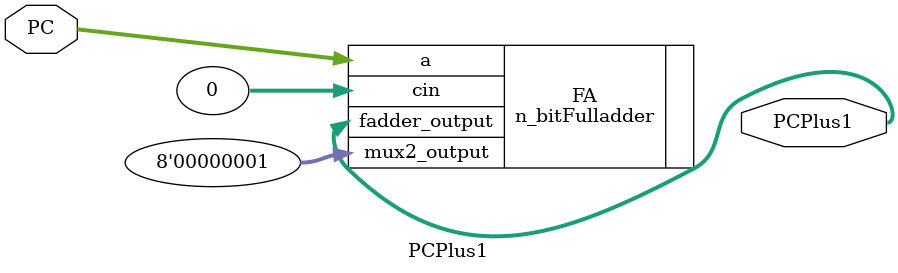
<source format=sv>
module PCPlus1 (
    input [7:0] PC, //Program Counter deðeri
    output reg [7:0] PCPlus1 // Program Counter deðerininin bir arttýrýlmýþ deðeri
);
    // PC deðerini bir arttýrma iþlemi
        n_bitFulladder FA(
            .a(PC), 
            .mux2_output(8'b00000001), 
            .cin(0), 
            .fadder_output(PCPlus1)
        );
endmodule
</source>
